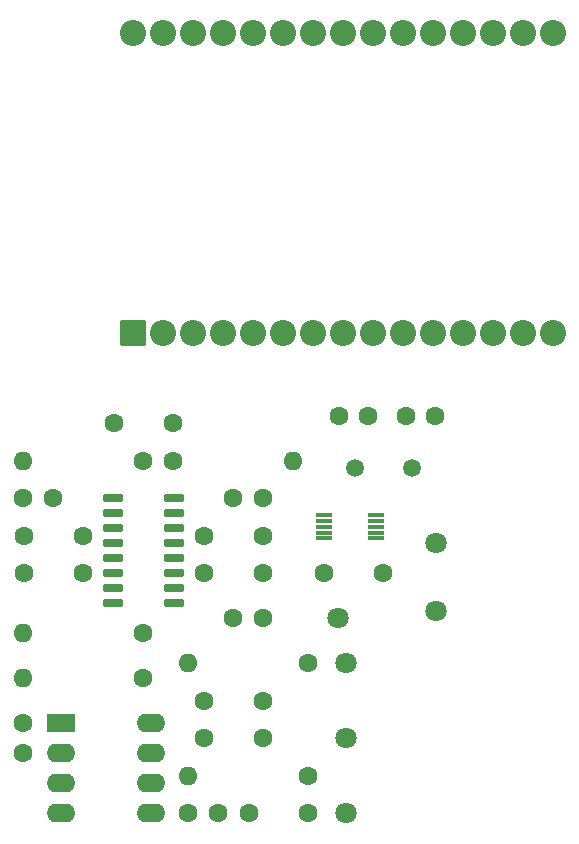
<source format=gbr>
%TF.GenerationSoftware,KiCad,Pcbnew,7.0.1*%
%TF.CreationDate,2023-10-30T13:33:15+01:00*%
%TF.ProjectId,schematic,73636865-6d61-4746-9963-2e6b69636164,rev?*%
%TF.SameCoordinates,Original*%
%TF.FileFunction,Soldermask,Top*%
%TF.FilePolarity,Negative*%
%FSLAX46Y46*%
G04 Gerber Fmt 4.6, Leading zero omitted, Abs format (unit mm)*
G04 Created by KiCad (PCBNEW 7.0.1) date 2023-10-30 13:33:15*
%MOMM*%
%LPD*%
G01*
G04 APERTURE LIST*
G04 Aperture macros list*
%AMRoundRect*
0 Rectangle with rounded corners*
0 $1 Rounding radius*
0 $2 $3 $4 $5 $6 $7 $8 $9 X,Y pos of 4 corners*
0 Add a 4 corners polygon primitive as box body*
4,1,4,$2,$3,$4,$5,$6,$7,$8,$9,$2,$3,0*
0 Add four circle primitives for the rounded corners*
1,1,$1+$1,$2,$3*
1,1,$1+$1,$4,$5*
1,1,$1+$1,$6,$7*
1,1,$1+$1,$8,$9*
0 Add four rect primitives between the rounded corners*
20,1,$1+$1,$2,$3,$4,$5,0*
20,1,$1+$1,$4,$5,$6,$7,0*
20,1,$1+$1,$6,$7,$8,$9,0*
20,1,$1+$1,$8,$9,$2,$3,0*%
G04 Aperture macros list end*
%ADD10RoundRect,0.102000X1.000000X-1.000000X1.000000X1.000000X-1.000000X1.000000X-1.000000X-1.000000X0*%
%ADD11C,2.204000*%
%ADD12C,1.800000*%
%ADD13C,1.600000*%
%ADD14O,1.600000X1.600000*%
%ADD15C,1.500000*%
%ADD16R,2.400000X1.600000*%
%ADD17O,2.400000X1.600000*%
%ADD18RoundRect,0.150000X-0.725000X-0.150000X0.725000X-0.150000X0.725000X0.150000X-0.725000X0.150000X0*%
%ADD19R,1.400000X0.300000*%
G04 APERTURE END LIST*
D10*
%TO.C,U3*%
X155935000Y-71120000D03*
D11*
X158475000Y-71120000D03*
X161015000Y-71120000D03*
X163555000Y-71120000D03*
X166095000Y-71120000D03*
X168635000Y-71120000D03*
X171175000Y-71120000D03*
X173715000Y-71120000D03*
X176255000Y-71120000D03*
X178795000Y-71120000D03*
X181335000Y-71120000D03*
X183875000Y-71120000D03*
X186415000Y-71120000D03*
X188955000Y-71120000D03*
X191495000Y-71120000D03*
X191495000Y-45720000D03*
X188955000Y-45720000D03*
X186415000Y-45720000D03*
X183875000Y-45720000D03*
X181335000Y-45720000D03*
X178795000Y-45720000D03*
X176255000Y-45720000D03*
X173715000Y-45720000D03*
X171175000Y-45720000D03*
X168635000Y-45720000D03*
X166095000Y-45720000D03*
X163555000Y-45720000D03*
X161015000Y-45720000D03*
X158475000Y-45720000D03*
X155935000Y-45720000D03*
%TD*%
D12*
%TO.C,J6*%
X181610000Y-94615000D03*
%TD*%
%TO.C,J5*%
X173990000Y-99060000D03*
%TD*%
D13*
%TO.C,C5*%
X161965000Y-91440000D03*
X166965000Y-91440000D03*
%TD*%
%TO.C,C12*%
X177125000Y-91440000D03*
X172125000Y-91440000D03*
%TD*%
%TO.C,R5*%
X159385000Y-81915000D03*
D14*
X169545000Y-81915000D03*
%TD*%
D13*
%TO.C,C7*%
X146685000Y-106640000D03*
X146685000Y-104140000D03*
%TD*%
D15*
%TO.C,Y1*%
X179615000Y-82550000D03*
X174735000Y-82550000D03*
%TD*%
D13*
%TO.C,R4*%
X156845000Y-100330000D03*
D14*
X146685000Y-100330000D03*
%TD*%
D12*
%TO.C,J1*%
X173355000Y-95250000D03*
%TD*%
D13*
%TO.C,C10*%
X161965000Y-102235000D03*
X166965000Y-102235000D03*
%TD*%
D12*
%TO.C,J2*%
X181610000Y-88900000D03*
%TD*%
D13*
%TO.C,C9*%
X146705000Y-85090000D03*
X149205000Y-85090000D03*
%TD*%
D16*
%TO.C,U2*%
X149870000Y-104150000D03*
D17*
X149870000Y-106690000D03*
X149870000Y-109230000D03*
X149870000Y-111770000D03*
X157490000Y-111770000D03*
X157490000Y-109230000D03*
X157490000Y-106690000D03*
X157490000Y-104150000D03*
%TD*%
D13*
%TO.C,C6*%
X160675000Y-111760000D03*
X163175000Y-111760000D03*
%TD*%
%TO.C,C11*%
X159345000Y-78740000D03*
X154345000Y-78740000D03*
%TD*%
%TO.C,R2*%
X156845000Y-96520000D03*
D14*
X146685000Y-96520000D03*
%TD*%
D13*
%TO.C,C1*%
X164485000Y-95250000D03*
X166985000Y-95250000D03*
%TD*%
D12*
%TO.C,J3*%
X173990000Y-111760000D03*
%TD*%
%TO.C,J4*%
X173990000Y-105410000D03*
%TD*%
D13*
%TO.C,C15*%
X165775000Y-111760000D03*
X170775000Y-111760000D03*
%TD*%
%TO.C,R6*%
X156845000Y-81915000D03*
D14*
X146685000Y-81915000D03*
%TD*%
D13*
%TO.C,R1*%
X170815000Y-99060000D03*
D14*
X160655000Y-99060000D03*
%TD*%
D13*
%TO.C,C14*%
X181570000Y-78105000D03*
X179070000Y-78105000D03*
%TD*%
%TO.C,C2*%
X151725000Y-91440000D03*
X146725000Y-91440000D03*
%TD*%
%TO.C,C3*%
X161965000Y-88265000D03*
X166965000Y-88265000D03*
%TD*%
%TO.C,R3*%
X170815000Y-108585000D03*
D14*
X160655000Y-108585000D03*
%TD*%
D13*
%TO.C,C16*%
X161965000Y-105410000D03*
X166965000Y-105410000D03*
%TD*%
%TO.C,C13*%
X173395000Y-78105000D03*
X175895000Y-78105000D03*
%TD*%
D18*
%TO.C,U1*%
X154270000Y-85090000D03*
X154270000Y-86360000D03*
X154270000Y-87630000D03*
X154270000Y-88900000D03*
X154270000Y-90170000D03*
X154270000Y-91440000D03*
X154270000Y-92710000D03*
X154270000Y-93980000D03*
X159420000Y-93980000D03*
X159420000Y-92710000D03*
X159420000Y-91440000D03*
X159420000Y-90170000D03*
X159420000Y-88900000D03*
X159420000Y-87630000D03*
X159420000Y-86360000D03*
X159420000Y-85090000D03*
%TD*%
D13*
%TO.C,C4*%
X151725000Y-88265000D03*
X146725000Y-88265000D03*
%TD*%
D19*
%TO.C,U4*%
X172130000Y-86495000D03*
X172130000Y-86995000D03*
X172130000Y-87495000D03*
X172130000Y-87995000D03*
X172130000Y-88495000D03*
X176530000Y-88495000D03*
X176530000Y-87995000D03*
X176530000Y-87495000D03*
X176530000Y-86995000D03*
X176530000Y-86495000D03*
%TD*%
D13*
%TO.C,C8*%
X166985000Y-85090000D03*
X164485000Y-85090000D03*
%TD*%
M02*

</source>
